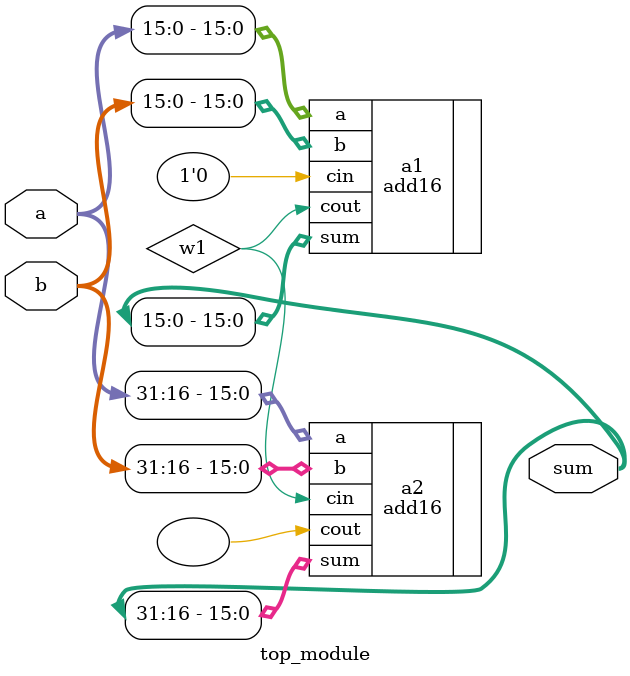
<source format=v>
module top_module(
    input [31:0] a,
    input [31:0] b,
    output [31:0] sum
);
wire w1;
    add16 a1(.a(a[15:0]),
		.b(b[15:0]),
		.cin(1'b0),
		.sum(sum[15:0]),
		.cout(w1)),

     a2(.a(a[31:16]),
		.b(b[31:16]),
		.cin(w1),
        .sum(sum[31:16]),
		.cout());
endmodule

</source>
